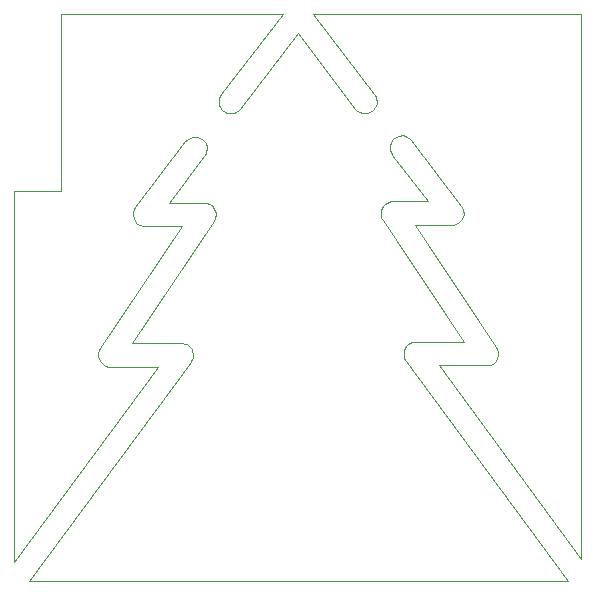
<source format=gm1>
G04*
G04 #@! TF.GenerationSoftware,Altium Limited,Altium Designer,23.1.1 (15)*
G04*
G04 Layer_Color=16711935*
%FSLAX23Y23*%
%MOIN*%
G70*
G04*
G04 #@! TF.SameCoordinates,7DB063E5-64DA-4751-B351-23BD0CB7D004*
G04*
G04*
G04 #@! TF.FilePolarity,Positive*
G04*
G01*
G75*
%ADD33C,0.000*%
D33*
X1890Y73D02*
Y1890D01*
X995D02*
X1890D01*
X995D02*
X1200Y1622D01*
X1200Y1622D02*
X1200Y1622D01*
X1200Y1622D02*
X1202Y1619D01*
X1205Y1613D01*
X1207Y1607D01*
X1208Y1601D01*
Y1598D02*
Y1601D01*
Y1591D02*
Y1598D01*
X1204Y1580D02*
X1208Y1591D01*
X1197Y1570D02*
X1204Y1580D01*
X1187Y1562D02*
X1197Y1570D01*
X1175Y1558D02*
X1187Y1562D01*
X1163Y1558D02*
X1175Y1558D01*
X1151Y1562D02*
X1163Y1558D01*
X1141Y1569D02*
X1151Y1562D01*
X1137Y1574D02*
X1141Y1569D01*
X945Y1825D02*
X1137Y1574D01*
X753D02*
X945Y1825D01*
X753Y1574D02*
X753D01*
X750Y1570D02*
X753Y1574D01*
X741Y1563D02*
X750Y1570D01*
X732Y1559D02*
X741Y1563D01*
X722Y1558D02*
X732Y1559D01*
X711Y1559D02*
X722Y1558D01*
X702Y1563D02*
X711Y1559D01*
X693Y1570D02*
X702Y1563D01*
X687Y1578D02*
X693Y1570D01*
X683Y1587D02*
X687Y1578D01*
X682Y1598D02*
X683Y1587D01*
X682Y1598D02*
X683Y1608D01*
X687Y1617D01*
X690Y1622D01*
X895Y1890D01*
X157D02*
X895D01*
X157Y1299D02*
Y1890D01*
X0Y1299D02*
X157D01*
X0Y64D02*
Y1299D01*
Y64D02*
X479Y714D01*
X315D02*
X479D01*
X304Y717D02*
X315Y714D01*
X295Y722D02*
X304Y717D01*
X288Y730D02*
X295Y722D01*
X283Y739D02*
X288Y730D01*
X281Y750D02*
X283Y739D01*
X281Y750D02*
X281Y760D01*
X284Y771D01*
X287Y775D01*
X559Y1182D01*
X430D02*
X559D01*
X419Y1185D02*
X430Y1182D01*
X410Y1191D02*
X419Y1185D01*
X403Y1199D02*
X410Y1191D01*
X398Y1209D02*
X403Y1199D01*
X396Y1220D02*
X398Y1209D01*
X396Y1220D02*
X397Y1231D01*
X401Y1241D01*
X404Y1245D01*
X571Y1465D01*
Y1465D02*
Y1465D01*
Y1465D02*
X575Y1470D01*
X585Y1477D01*
X597Y1481D01*
X609Y1480D01*
X621Y1477D01*
X631Y1469D01*
X638Y1459D01*
X642Y1447D01*
Y1441D02*
Y1447D01*
Y1438D02*
Y1441D01*
X641Y1432D02*
X642Y1438D01*
X639Y1426D02*
X641Y1432D01*
X636Y1420D02*
X639Y1426D01*
X634Y1417D02*
X636Y1420D01*
X515Y1261D02*
X634Y1417D01*
X515Y1261D02*
X636D01*
X644Y1260D01*
X651Y1257D01*
X658Y1252D01*
X663Y1247D01*
X667Y1240D01*
X670Y1233D01*
X672Y1226D01*
Y1222D02*
Y1226D01*
Y1219D02*
Y1222D01*
X671Y1213D02*
X672Y1219D01*
X669Y1207D02*
X671Y1213D01*
X667Y1202D02*
X669Y1207D01*
X665Y1200D02*
X667Y1202D01*
X394Y793D02*
X665Y1200D01*
X394Y793D02*
X560D01*
X568Y791D01*
X575Y788D01*
X582Y784D01*
X587Y778D01*
X592Y772D01*
X594Y765D01*
X596Y757D01*
Y753D02*
Y757D01*
Y750D02*
Y753D01*
X595Y744D02*
X596Y750D01*
X593Y738D02*
X595Y744D01*
X590Y732D02*
X593Y738D01*
X588Y730D02*
X590Y732D01*
X51Y0D02*
X588Y730D01*
X51Y0D02*
X1846D01*
X1305Y734D02*
X1846Y0D01*
X1304Y736D02*
X1305Y734D01*
X1301Y742D02*
X1304Y736D01*
X1299Y748D02*
X1301Y742D01*
X1298Y754D02*
X1299Y748D01*
X1298Y754D02*
Y757D01*
Y761D01*
X1299Y769D01*
X1302Y776D01*
X1306Y782D01*
X1312Y788D01*
X1318Y792D01*
X1326Y795D01*
X1333Y796D01*
X1500D01*
X1229Y1204D02*
X1500Y796D01*
X1227Y1206D02*
X1229Y1204D01*
X1224Y1211D02*
X1227Y1206D01*
X1223Y1217D02*
X1224Y1211D01*
X1222Y1223D02*
X1223Y1217D01*
X1222Y1223D02*
Y1226D01*
Y1229D01*
X1223Y1237D01*
X1226Y1244D01*
X1231Y1251D01*
X1236Y1256D01*
X1243Y1260D01*
X1250Y1263D01*
X1257Y1265D01*
X1379D01*
X1260Y1421D02*
X1379Y1265D01*
X1258Y1424D02*
X1260Y1421D01*
X1255Y1429D02*
X1258Y1424D01*
X1253Y1436D02*
X1255Y1429D01*
X1252Y1442D02*
X1253Y1436D01*
X1252Y1442D02*
Y1445D01*
Y1451D01*
X1256Y1463D01*
X1263Y1473D01*
X1273Y1480D01*
X1284Y1484D01*
X1297Y1485D01*
X1309Y1481D01*
X1319Y1474D01*
X1323Y1469D01*
X1323Y1469D01*
X1489Y1249D01*
X1493Y1245D01*
X1497Y1235D01*
X1498Y1224D01*
X1496Y1213D02*
X1498Y1224D01*
X1491Y1203D02*
X1496Y1213D01*
X1484Y1195D02*
X1491Y1203D01*
X1474Y1189D02*
X1484Y1195D01*
X1464Y1186D02*
X1474Y1189D01*
X1335Y1186D02*
X1464D01*
X1335D02*
X1606Y779D01*
X1609Y774D01*
X1613Y764D01*
X1613Y754D01*
X1611Y743D02*
X1613Y754D01*
X1606Y734D02*
X1611Y743D01*
X1598Y726D02*
X1606Y734D01*
X1589Y721D02*
X1598Y726D01*
X1579Y718D02*
X1589Y721D01*
X1415Y718D02*
X1579D01*
X1415D02*
X1890Y73D01*
M02*

</source>
